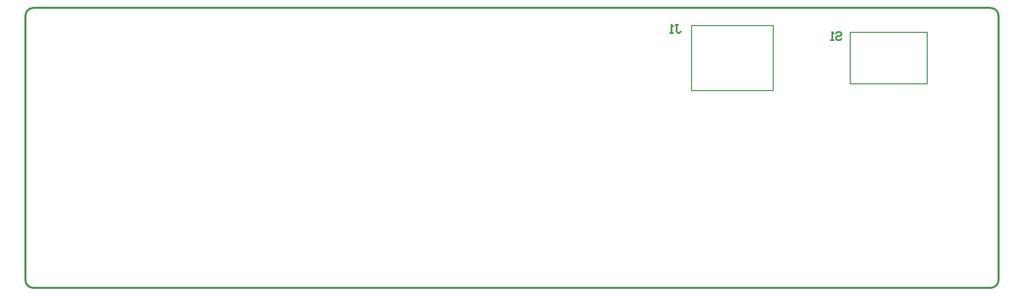
<source format=gbo>
G04*
G04 #@! TF.GenerationSoftware,Altium Limited,Altium Designer,22.6.1 (34)*
G04*
G04 Layer_Color=33789*
%FSLAX43Y43*%
%MOMM*%
G71*
G04*
G04 #@! TF.SameCoordinates,99C1152C-6A39-4C0D-8BA1-0B4153190082*
G04*
G04*
G04 #@! TF.FilePolarity,Positive*
G04*
G01*
G75*
%ADD10C,0.400*%
%ADD11C,0.500*%
%ADD12C,0.250*%
D10*
X287400Y153666D02*
X287733Y154000D01*
X288400D01*
X288733Y153666D01*
Y153333D01*
X288400Y153000D01*
X287733D01*
X287400Y152667D01*
Y152334D01*
X287733Y152000D01*
X288400D01*
X288733Y152334D01*
X286734Y152000D02*
X286067D01*
X286400D01*
Y154000D01*
X286734Y153666D01*
X247278Y155800D02*
X247944D01*
X247611D01*
Y154134D01*
X247944Y153800D01*
X248277D01*
X248611Y154134D01*
X246611Y153800D02*
X245945D01*
X246278D01*
Y155800D01*
X246611Y155466D01*
D11*
X87000Y160000D02*
G03*
X85000Y158000I0J-2000D01*
G01*
X328000D02*
G03*
X326000Y160000I-2000J0D01*
G01*
X326000Y90000D02*
G03*
X328000Y92000I0J2000D01*
G01*
X85000D02*
G03*
X87000Y90000I2000J0D01*
G01*
Y160000D02*
X326000D01*
X328000Y158000D02*
X328000Y92000D01*
X326000Y89987D02*
Y90000D01*
X87000Y90000D02*
X326000D01*
X85000Y92000D02*
Y158000D01*
D12*
X290900Y153950D02*
X290900Y141050D01*
X310100Y141050D01*
X310100Y153950D02*
X310100Y141050D01*
X290900Y153950D02*
X310100Y153950D01*
X251300Y139400D02*
X271700D01*
X251300D02*
Y155600D01*
X271700D01*
Y139400D02*
Y155600D01*
M02*

</source>
